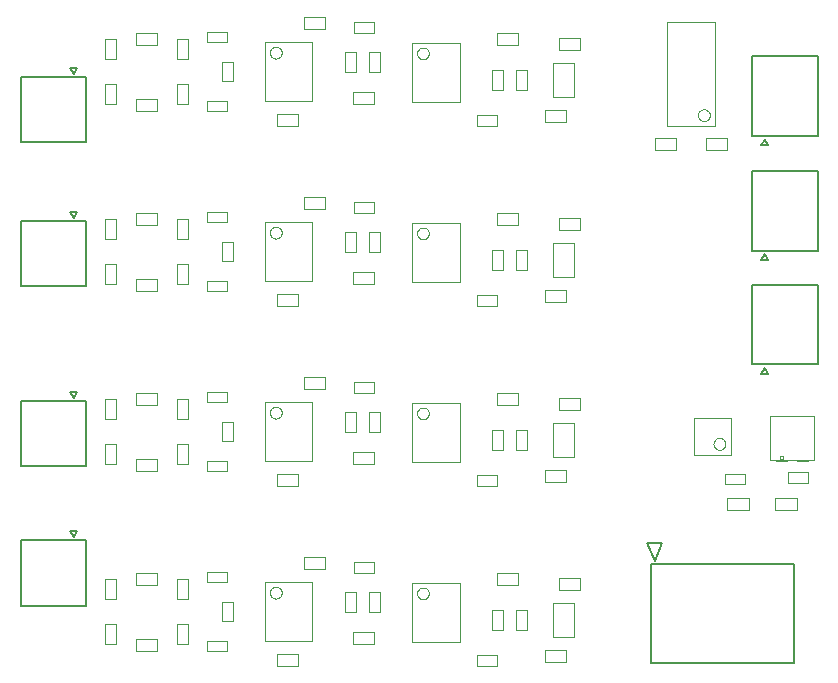
<source format=gbr>
%FSTAX23Y23*%
%MOIN*%
%SFA1B1*%

%IPPOS*%
%ADD39C,0.005000*%
%ADD48C,0.003937*%
%ADD49C,0.000000*%
%ADD50C,0.001000*%
%LNacoustics_4_mechanical_13-1*%
%LPD*%
G54D39*
X00213Y02119D02*
X00225Y021D01*
X00236Y02119*
X00213D02*
X00236D01*
X00049Y01871D02*
X00266D01*
Y02088*
X00049D02*
X00266D01*
X00049Y01871D02*
Y02088D01*
Y01391D02*
Y01608D01*
X00266*
Y01391D02*
Y01608D01*
X00049Y01391D02*
X00266D01*
X00213Y01639D02*
X00236D01*
X00225Y0162D02*
X00236Y01639D01*
X00213D02*
X00225Y0162D01*
X00213Y01039D02*
X00225Y0102D01*
X00236Y01039*
X00213D02*
X00236D01*
X00049Y00791D02*
X00266D01*
Y01008*
X00049D02*
X00266D01*
X00049Y00791D02*
Y01008D01*
Y00327D02*
Y00544D01*
X00266*
Y00327D02*
Y00544D01*
X00049Y00327D02*
X00266D01*
X00213Y00575D02*
X00236D01*
X00225Y00555D02*
X00236Y00575D01*
X00213D02*
X00225Y00555D01*
X02137Y00537D02*
X02162Y00477D01*
X02137Y00537D02*
X02187D01*
X02162Y00477D02*
X02187Y00537D01*
X02628Y00135D02*
Y00467D01*
X02149D02*
X02628D01*
X02149Y00135D02*
Y00467D01*
Y00135D02*
X02628D01*
X0253Y0188D02*
X02541Y01861D01*
X02518D02*
X0253Y0188D01*
X02518Y01861D02*
X02541D01*
X02488Y02158D02*
X02705D01*
X02488Y01892D02*
Y02158D01*
Y01892D02*
X02705D01*
Y02158*
Y0151D02*
Y01776D01*
X02488Y0151D02*
X02705D01*
X02488D02*
Y01776D01*
X02705*
X02518Y01479D02*
X02541D01*
X02518D02*
X0253Y01499D01*
X02541Y01479*
X0253Y01119D02*
X02541Y011D01*
X02518D02*
X0253Y01119D01*
X02518Y011D02*
X02541D01*
X02488Y01397D02*
X02705D01*
X02488Y01131D02*
Y01397D01*
Y01131D02*
X02705D01*
Y01397*
G54D48*
X00919Y0037D02*
D01*
X00919Y00371*
X00919Y00373*
X00919Y00374*
X00918Y00375*
X00918Y00377*
X00917Y00378*
X00917Y00379*
X00916Y0038*
X00915Y00382*
X00914Y00383*
X00914Y00384*
X00913Y00385*
X00912Y00385*
X0091Y00386*
X00909Y00387*
X00908Y00388*
X00907Y00388*
X00905Y00389*
X00904Y00389*
X00903Y00389*
X00901Y0039*
X009Y0039*
X00899*
X00897Y0039*
X00896Y00389*
X00895Y00389*
X00893Y00389*
X00892Y00388*
X00891Y00388*
X0089Y00387*
X00888Y00386*
X00887Y00385*
X00886Y00385*
X00885Y00384*
X00884Y00383*
X00883Y00382*
X00883Y0038*
X00882Y00379*
X00881Y00378*
X00881Y00377*
X0088Y00375*
X0088Y00374*
X0088Y00373*
X0088Y00371*
X0088Y0037*
X0088Y00369*
X0088Y00367*
X0088Y00366*
X0088Y00365*
X00881Y00363*
X00881Y00362*
X00882Y00361*
X00883Y0036*
X00883Y00358*
X00884Y00357*
X00885Y00356*
X00886Y00355*
X00887Y00354*
X00888Y00354*
X0089Y00353*
X00891Y00352*
X00892Y00352*
X00893Y00351*
X00895Y00351*
X00896Y00351*
X00897Y0035*
X00899Y0035*
X009*
X00901Y0035*
X00903Y00351*
X00904Y00351*
X00905Y00351*
X00907Y00352*
X00908Y00352*
X00909Y00353*
X0091Y00354*
X00912Y00354*
X00913Y00355*
X00914Y00356*
X00914Y00357*
X00915Y00358*
X00916Y0036*
X00917Y00361*
X00917Y00362*
X00918Y00363*
X00918Y00365*
X00919Y00366*
X00919Y00367*
X00919Y00369*
X00919Y0037*
X02346Y01962D02*
D01*
X02346Y01963*
X02346Y01964*
X02346Y01966*
X02345Y01967*
X02345Y01968*
X02344Y0197*
X02344Y01971*
X02343Y01972*
X02342Y01973*
X02341Y01974*
X0234Y01975*
X02339Y01976*
X02338Y01977*
X02337Y01978*
X02336Y01979*
X02335Y01979*
X02334Y0198*
X02332Y0198*
X02331Y01981*
X0233Y01981*
X02328Y01981*
X02327Y01981*
X02326*
X02324Y01981*
X02323Y01981*
X02322Y01981*
X0232Y0198*
X02319Y0198*
X02318Y01979*
X02316Y01979*
X02315Y01978*
X02314Y01977*
X02313Y01976*
X02312Y01975*
X02311Y01974*
X0231Y01973*
X0231Y01972*
X02309Y01971*
X02308Y0197*
X02308Y01968*
X02307Y01967*
X02307Y01966*
X02307Y01964*
X02307Y01963*
X02307Y01962*
X02307Y0196*
X02307Y01959*
X02307Y01958*
X02307Y01956*
X02308Y01955*
X02308Y01954*
X02309Y01952*
X0231Y01951*
X0231Y0195*
X02311Y01949*
X02312Y01948*
X02313Y01947*
X02314Y01946*
X02315Y01945*
X02316Y01945*
X02318Y01944*
X02319Y01943*
X0232Y01943*
X02322Y01943*
X02323Y01942*
X02324Y01942*
X02326Y01942*
X02327*
X02328Y01942*
X0233Y01942*
X02331Y01943*
X02332Y01943*
X02334Y01943*
X02335Y01944*
X02336Y01945*
X02337Y01945*
X02338Y01946*
X02339Y01947*
X0234Y01948*
X02341Y01949*
X02342Y0195*
X02343Y01951*
X02344Y01952*
X02344Y01954*
X02345Y01955*
X02345Y01956*
X02346Y01958*
X02346Y01959*
X02346Y0196*
X02346Y01962*
X02398Y00866D02*
D01*
X02398Y00867*
X02398Y00869*
X02397Y0087*
X02397Y00871*
X02397Y00873*
X02396Y00874*
X02396Y00875*
X02395Y00876*
X02394Y00877*
X02393Y00879*
X02392Y0088*
X02391Y00881*
X0239Y00881*
X02389Y00882*
X02388Y00883*
X02387Y00884*
X02385Y00884*
X02384Y00885*
X02383Y00885*
X02382Y00885*
X0238Y00885*
X02379Y00886*
X02377*
X02376Y00885*
X02375Y00885*
X02373Y00885*
X02372Y00885*
X02371Y00884*
X02369Y00884*
X02368Y00883*
X02367Y00882*
X02366Y00881*
X02365Y00881*
X02364Y0088*
X02363Y00879*
X02362Y00877*
X02361Y00876*
X02361Y00875*
X0236Y00874*
X0236Y00873*
X02359Y00871*
X02359Y0087*
X02359Y00869*
X02358Y00867*
X02358Y00866*
X02358Y00865*
X02359Y00863*
X02359Y00862*
X02359Y0086*
X0236Y00859*
X0236Y00858*
X02361Y00857*
X02361Y00855*
X02362Y00854*
X02363Y00853*
X02364Y00852*
X02365Y00851*
X02366Y0085*
X02367Y0085*
X02368Y00849*
X02369Y00848*
X02371Y00848*
X02372Y00847*
X02373Y00847*
X02375Y00846*
X02376Y00846*
X02377Y00846*
X02379*
X0238Y00846*
X02382Y00846*
X02383Y00847*
X02384Y00847*
X02385Y00848*
X02387Y00848*
X02388Y00849*
X02389Y0085*
X0239Y0085*
X02391Y00851*
X02392Y00852*
X02393Y00853*
X02394Y00854*
X02395Y00855*
X02396Y00857*
X02396Y00858*
X02397Y00859*
X02397Y0086*
X02397Y00862*
X02398Y00863*
X02398Y00865*
X02398Y00866*
X01409Y01567D02*
D01*
X01409Y01569*
X01409Y0157*
X01409Y01572*
X01409Y01573*
X01408Y01574*
X01408Y01575*
X01407Y01577*
X01406Y01578*
X01406Y01579*
X01405Y0158*
X01404Y01581*
X01403Y01582*
X01402Y01583*
X01401Y01584*
X014Y01585*
X01398Y01585*
X01397Y01586*
X01396Y01586*
X01394Y01587*
X01393Y01587*
X01392Y01587*
X0139Y01587*
X01389*
X01388Y01587*
X01386Y01587*
X01385Y01587*
X01384Y01586*
X01382Y01586*
X01381Y01585*
X0138Y01585*
X01379Y01584*
X01378Y01583*
X01377Y01582*
X01376Y01581*
X01375Y0158*
X01374Y01579*
X01373Y01578*
X01372Y01577*
X01372Y01575*
X01371Y01574*
X01371Y01573*
X0137Y01572*
X0137Y0157*
X0137Y01569*
X0137Y01567*
X0137Y01566*
X0137Y01565*
X0137Y01563*
X01371Y01562*
X01371Y01561*
X01372Y01559*
X01372Y01558*
X01373Y01557*
X01374Y01556*
X01375Y01555*
X01376Y01554*
X01377Y01553*
X01378Y01552*
X01379Y01551*
X0138Y0155*
X01381Y0155*
X01382Y01549*
X01384Y01549*
X01385Y01548*
X01386Y01548*
X01388Y01548*
X01389Y01548*
X0139*
X01392Y01548*
X01393Y01548*
X01394Y01548*
X01396Y01549*
X01397Y01549*
X01398Y0155*
X014Y0155*
X01401Y01551*
X01402Y01552*
X01403Y01553*
X01404Y01554*
X01405Y01555*
X01406Y01556*
X01406Y01557*
X01407Y01558*
X01408Y01559*
X01408Y01561*
X01409Y01562*
X01409Y01563*
X01409Y01565*
X01409Y01566*
X01409Y01567*
X00919Y0157D02*
D01*
X00919Y01571*
X00919Y01573*
X00919Y01574*
X00918Y01575*
X00918Y01577*
X00917Y01578*
X00917Y01579*
X00916Y0158*
X00915Y01582*
X00914Y01583*
X00914Y01584*
X00913Y01585*
X00912Y01585*
X0091Y01586*
X00909Y01587*
X00908Y01588*
X00907Y01588*
X00905Y01589*
X00904Y01589*
X00903Y01589*
X00901Y0159*
X009Y0159*
X00899*
X00897Y0159*
X00896Y01589*
X00895Y01589*
X00893Y01589*
X00892Y01588*
X00891Y01588*
X0089Y01587*
X00888Y01586*
X00887Y01585*
X00886Y01585*
X00885Y01584*
X00884Y01583*
X00883Y01582*
X00883Y0158*
X00882Y01579*
X00881Y01578*
X00881Y01577*
X0088Y01575*
X0088Y01574*
X0088Y01573*
X0088Y01571*
X0088Y0157*
X0088Y01569*
X0088Y01567*
X0088Y01566*
X0088Y01565*
X00881Y01563*
X00881Y01562*
X00882Y01561*
X00883Y0156*
X00883Y01558*
X00884Y01557*
X00885Y01556*
X00886Y01555*
X00887Y01554*
X00888Y01554*
X0089Y01553*
X00891Y01552*
X00892Y01552*
X00893Y01551*
X00895Y01551*
X00896Y01551*
X00897Y0155*
X00899Y0155*
X009*
X00901Y0155*
X00903Y01551*
X00904Y01551*
X00905Y01551*
X00907Y01552*
X00908Y01552*
X00909Y01553*
X0091Y01554*
X00912Y01554*
X00913Y01555*
X00914Y01556*
X00914Y01557*
X00915Y01558*
X00916Y0156*
X00917Y01561*
X00917Y01562*
X00918Y01563*
X00918Y01565*
X00919Y01566*
X00919Y01567*
X00919Y01569*
X00919Y0157*
X01409Y00367D02*
D01*
X01409Y00369*
X01409Y0037*
X01409Y00372*
X01409Y00373*
X01408Y00374*
X01408Y00375*
X01407Y00377*
X01406Y00378*
X01406Y00379*
X01405Y0038*
X01404Y00381*
X01403Y00382*
X01402Y00383*
X01401Y00384*
X014Y00385*
X01398Y00385*
X01397Y00386*
X01396Y00386*
X01394Y00387*
X01393Y00387*
X01392Y00387*
X0139Y00387*
X01389*
X01388Y00387*
X01386Y00387*
X01385Y00387*
X01384Y00386*
X01382Y00386*
X01381Y00385*
X0138Y00385*
X01379Y00384*
X01378Y00383*
X01377Y00382*
X01376Y00381*
X01375Y0038*
X01374Y00379*
X01373Y00378*
X01372Y00377*
X01372Y00375*
X01371Y00374*
X01371Y00373*
X0137Y00372*
X0137Y0037*
X0137Y00369*
X0137Y00367*
X0137Y00366*
X0137Y00365*
X0137Y00363*
X01371Y00362*
X01371Y00361*
X01372Y00359*
X01372Y00358*
X01373Y00357*
X01374Y00356*
X01375Y00355*
X01376Y00354*
X01377Y00353*
X01378Y00352*
X01379Y00351*
X0138Y0035*
X01381Y0035*
X01382Y00349*
X01384Y00349*
X01385Y00348*
X01386Y00348*
X01388Y00348*
X01389Y00348*
X0139*
X01392Y00348*
X01393Y00348*
X01394Y00348*
X01396Y00349*
X01397Y00349*
X01398Y0035*
X014Y0035*
X01401Y00351*
X01402Y00352*
X01403Y00353*
X01404Y00354*
X01405Y00355*
X01406Y00356*
X01406Y00357*
X01407Y00358*
X01408Y00359*
X01408Y00361*
X01409Y00362*
X01409Y00363*
X01409Y00365*
X01409Y00366*
X01409Y00367*
Y02167D02*
D01*
X01409Y02169*
X01409Y0217*
X01409Y02172*
X01409Y02173*
X01408Y02174*
X01408Y02175*
X01407Y02177*
X01406Y02178*
X01406Y02179*
X01405Y0218*
X01404Y02181*
X01403Y02182*
X01402Y02183*
X01401Y02184*
X014Y02185*
X01398Y02185*
X01397Y02186*
X01396Y02186*
X01394Y02187*
X01393Y02187*
X01392Y02187*
X0139Y02187*
X01389*
X01388Y02187*
X01386Y02187*
X01385Y02187*
X01384Y02186*
X01382Y02186*
X01381Y02185*
X0138Y02185*
X01379Y02184*
X01378Y02183*
X01377Y02182*
X01376Y02181*
X01375Y0218*
X01374Y02179*
X01373Y02178*
X01372Y02177*
X01372Y02175*
X01371Y02174*
X01371Y02173*
X0137Y02172*
X0137Y0217*
X0137Y02169*
X0137Y02167*
X0137Y02166*
X0137Y02165*
X0137Y02163*
X01371Y02162*
X01371Y02161*
X01372Y02159*
X01372Y02158*
X01373Y02157*
X01374Y02156*
X01375Y02155*
X01376Y02154*
X01377Y02153*
X01378Y02152*
X01379Y02151*
X0138Y0215*
X01381Y0215*
X01382Y02149*
X01384Y02149*
X01385Y02148*
X01386Y02148*
X01388Y02148*
X01389Y02148*
X0139*
X01392Y02148*
X01393Y02148*
X01394Y02148*
X01396Y02149*
X01397Y02149*
X01398Y0215*
X014Y0215*
X01401Y02151*
X01402Y02152*
X01403Y02153*
X01404Y02154*
X01405Y02155*
X01406Y02156*
X01406Y02157*
X01407Y02158*
X01408Y02159*
X01408Y02161*
X01409Y02162*
X01409Y02163*
X01409Y02165*
X01409Y02166*
X01409Y02167*
X00919Y0217D02*
D01*
X00919Y02171*
X00919Y02173*
X00919Y02174*
X00918Y02175*
X00918Y02177*
X00917Y02178*
X00917Y02179*
X00916Y0218*
X00915Y02182*
X00914Y02183*
X00914Y02184*
X00913Y02185*
X00912Y02185*
X0091Y02186*
X00909Y02187*
X00908Y02188*
X00907Y02188*
X00905Y02189*
X00904Y02189*
X00903Y02189*
X00901Y0219*
X009Y0219*
X00899*
X00897Y0219*
X00896Y02189*
X00895Y02189*
X00893Y02189*
X00892Y02188*
X00891Y02188*
X0089Y02187*
X00888Y02186*
X00887Y02185*
X00886Y02185*
X00885Y02184*
X00884Y02183*
X00883Y02182*
X00883Y0218*
X00882Y02179*
X00881Y02178*
X00881Y02177*
X0088Y02175*
X0088Y02174*
X0088Y02173*
X0088Y02171*
X0088Y0217*
X0088Y02169*
X0088Y02167*
X0088Y02166*
X0088Y02165*
X00881Y02163*
X00881Y02162*
X00882Y02161*
X00883Y0216*
X00883Y02158*
X00884Y02157*
X00885Y02156*
X00886Y02155*
X00887Y02154*
X00888Y02154*
X0089Y02153*
X00891Y02152*
X00892Y02152*
X00893Y02151*
X00895Y02151*
X00896Y02151*
X00897Y0215*
X00899Y0215*
X009*
X00901Y0215*
X00903Y02151*
X00904Y02151*
X00905Y02151*
X00907Y02152*
X00908Y02152*
X00909Y02153*
X0091Y02154*
X00912Y02154*
X00913Y02155*
X00914Y02156*
X00914Y02157*
X00915Y02158*
X00916Y0216*
X00917Y02161*
X00917Y02162*
X00918Y02163*
X00918Y02165*
X00919Y02166*
X00919Y02167*
X00919Y02169*
X00919Y0217*
Y0097D02*
D01*
X00919Y00971*
X00919Y00973*
X00919Y00974*
X00918Y00975*
X00918Y00977*
X00917Y00978*
X00917Y00979*
X00916Y0098*
X00915Y00982*
X00914Y00983*
X00914Y00984*
X00913Y00985*
X00912Y00985*
X0091Y00986*
X00909Y00987*
X00908Y00988*
X00907Y00988*
X00905Y00989*
X00904Y00989*
X00903Y00989*
X00901Y0099*
X009Y0099*
X00899*
X00897Y0099*
X00896Y00989*
X00895Y00989*
X00893Y00989*
X00892Y00988*
X00891Y00988*
X0089Y00987*
X00888Y00986*
X00887Y00985*
X00886Y00985*
X00885Y00984*
X00884Y00983*
X00883Y00982*
X00883Y0098*
X00882Y00979*
X00881Y00978*
X00881Y00977*
X0088Y00975*
X0088Y00974*
X0088Y00973*
X0088Y00971*
X0088Y0097*
X0088Y00969*
X0088Y00967*
X0088Y00966*
X0088Y00965*
X00881Y00963*
X00881Y00962*
X00882Y00961*
X00883Y0096*
X00883Y00958*
X00884Y00957*
X00885Y00956*
X00886Y00955*
X00887Y00954*
X00888Y00954*
X0089Y00953*
X00891Y00952*
X00892Y00952*
X00893Y00951*
X00895Y00951*
X00896Y00951*
X00897Y0095*
X00899Y0095*
X009*
X00901Y0095*
X00903Y00951*
X00904Y00951*
X00905Y00951*
X00907Y00952*
X00908Y00952*
X00909Y00953*
X0091Y00954*
X00912Y00954*
X00913Y00955*
X00914Y00956*
X00914Y00957*
X00915Y00958*
X00916Y0096*
X00917Y00961*
X00917Y00962*
X00918Y00963*
X00918Y00965*
X00919Y00966*
X00919Y00967*
X00919Y00969*
X00919Y0097*
X01409Y00967D02*
D01*
X01409Y00969*
X01409Y0097*
X01409Y00972*
X01409Y00973*
X01408Y00974*
X01408Y00975*
X01407Y00977*
X01406Y00978*
X01406Y00979*
X01405Y0098*
X01404Y00981*
X01403Y00982*
X01402Y00983*
X01401Y00984*
X014Y00985*
X01398Y00985*
X01397Y00986*
X01396Y00986*
X01394Y00987*
X01393Y00987*
X01392Y00987*
X0139Y00987*
X01389*
X01388Y00987*
X01386Y00987*
X01385Y00987*
X01384Y00986*
X01382Y00986*
X01381Y00985*
X0138Y00985*
X01379Y00984*
X01378Y00983*
X01377Y00982*
X01376Y00981*
X01375Y0098*
X01374Y00979*
X01373Y00978*
X01372Y00977*
X01372Y00975*
X01371Y00974*
X01371Y00973*
X0137Y00972*
X0137Y0097*
X0137Y00969*
X0137Y00967*
X0137Y00966*
X0137Y00965*
X0137Y00963*
X01371Y00962*
X01371Y00961*
X01372Y00959*
X01372Y00958*
X01373Y00957*
X01374Y00956*
X01375Y00955*
X01376Y00954*
X01377Y00953*
X01378Y00952*
X01379Y00951*
X0138Y0095*
X01381Y0095*
X01382Y00949*
X01384Y00949*
X01385Y00948*
X01386Y00948*
X01388Y00948*
X01389Y00948*
X0139*
X01392Y00948*
X01393Y00948*
X01394Y00948*
X01396Y00949*
X01397Y00949*
X01398Y0095*
X014Y0095*
X01401Y00951*
X01402Y00952*
X01403Y00953*
X01404Y00954*
X01405Y00955*
X01406Y00956*
X01406Y00957*
X01407Y00958*
X01408Y00959*
X01408Y00961*
X01409Y00962*
X01409Y00963*
X01409Y00965*
X01409Y00966*
X01409Y00967*
X00864Y00209D02*
X01021D01*
X00864Y00405D02*
X01021D01*
Y00209D02*
Y00405D01*
X00864Y00209D02*
Y00405D01*
X02362Y01926D02*
Y02273D01*
X02204Y01926D02*
Y02273D01*
Y01926D02*
X02362D01*
X02204Y02273D02*
X02362D01*
X02163Y01884D02*
X02233D01*
X02163Y01845D02*
X02233D01*
X02163D02*
Y01884D01*
X02233Y01845D02*
Y01884D01*
X02333Y01845D02*
X02403D01*
X02333Y01884D02*
X02403D01*
Y01845D02*
Y01884D01*
X02333Y01845D02*
Y01884D01*
X02293Y00951D02*
X02416D01*
X02293Y00828D02*
X02416D01*
X02293D02*
Y00951D01*
X02416Y00828D02*
Y00951D01*
X02564Y00645D02*
X02635D01*
X02564Y00684D02*
X02635D01*
Y00645D02*
Y00684D01*
X02564Y00645D02*
Y00684D01*
X02404D02*
X02475D01*
X02404Y00645D02*
X02475D01*
X02404D02*
Y00684D01*
X02475Y00645D02*
Y00684D01*
X01823Y01422D02*
Y01537D01*
X01893Y01422D02*
Y01537D01*
X01823D02*
X01893D01*
X01823Y01422D02*
X01893D01*
X01354Y01406D02*
Y01603D01*
X01512Y01406D02*
Y01603D01*
X01354D02*
X01512D01*
X01354Y01406D02*
X01512D01*
X00864Y01409D02*
X01021D01*
X00864Y01605D02*
X01021D01*
Y01409D02*
Y01605D01*
X00864Y01409D02*
Y01605D01*
X0113Y01506D02*
Y01573D01*
X01166Y01506D02*
Y01573D01*
X0113Y01506D02*
X01166D01*
X0113Y01573D02*
X01166D01*
X0157Y01327D02*
X01636D01*
X0157Y01362D02*
X01636D01*
Y01327D02*
Y01362D01*
X0157Y01327D02*
Y01362D01*
X01656Y01446D02*
Y01513D01*
X0162Y01446D02*
Y01513D01*
X01656*
X0162Y01446D02*
X01656D01*
X01246Y01506D02*
Y01573D01*
X0121Y01506D02*
Y01573D01*
X01246*
X0121Y01506D02*
X01246D01*
X0116Y01672D02*
X01226D01*
X0116Y01637D02*
X01226D01*
X0116D02*
Y01672D01*
X01226Y01637D02*
Y01672D01*
X01736Y01446D02*
Y01513D01*
X017Y01446D02*
Y01513D01*
X01736*
X017Y01446D02*
X01736D01*
X00669Y0141D02*
X00736D01*
X00669Y01374D02*
X00736D01*
X00669D02*
Y0141D01*
X00736Y01374D02*
Y0141D01*
X00755Y01474D02*
Y0154D01*
X0072Y01474D02*
Y0154D01*
X00755*
X0072Y01474D02*
X00755D01*
X00605Y01399D02*
Y01465D01*
X0057Y01399D02*
Y01465D01*
X00605*
X0057Y01399D02*
X00605D01*
X00365D02*
Y01465D01*
X0033Y01399D02*
Y01465D01*
X00365*
X0033Y01399D02*
X00365D01*
X00669Y0164D02*
X00736D01*
X00669Y01604D02*
X00736D01*
X00669D02*
Y0164D01*
X00736Y01604D02*
Y0164D01*
X0057Y01549D02*
Y01615D01*
X00605Y01549D02*
Y01615D01*
X0057Y01549D02*
X00605D01*
X0057Y01615D02*
X00605D01*
X0033Y01549D02*
Y01615D01*
X00365Y01549D02*
Y01615D01*
X0033Y01549D02*
X00365D01*
X0033Y01615D02*
X00365D01*
X01638Y01634D02*
X01708D01*
X01638Y01595D02*
X01708D01*
X01638D02*
Y01634D01*
X01708Y01595D02*
Y01634D01*
X01158Y014D02*
X01228D01*
X01158Y01439D02*
X01228D01*
Y014D02*
Y01439D01*
X01158Y014D02*
Y01439D01*
X01843Y0158D02*
X01913D01*
X01843Y01619D02*
X01913D01*
Y0158D02*
Y01619D01*
X01843Y0158D02*
Y01619D01*
X01798Y0134D02*
X01868D01*
X01798Y01379D02*
X01868D01*
Y0134D02*
Y01379D01*
X01798Y0134D02*
Y01379D01*
X00993Y0165D02*
X01063D01*
X00993Y01689D02*
X01063D01*
Y0165D02*
Y01689D01*
X00993Y0165D02*
Y01689D01*
X00903Y01325D02*
X00973D01*
X00903Y01364D02*
X00973D01*
Y01325D02*
Y01364D01*
X00903Y01325D02*
Y01364D01*
X00432Y01377D02*
X00503D01*
X00432Y01417D02*
X00503D01*
Y01377D02*
Y01417D01*
X00432Y01377D02*
Y01417D01*
Y01597D02*
X00503D01*
X00432Y01637D02*
X00503D01*
Y01597D02*
Y01637D01*
X00432Y01597D02*
Y01637D01*
X0157Y00127D02*
Y00162D01*
X01636Y00127D02*
Y00162D01*
X0157D02*
X01636D01*
X0157Y00127D02*
X01636D01*
X02606Y00737D02*
Y00772D01*
X02673Y00737D02*
Y00772D01*
X02606D02*
X02673D01*
X02606Y00737D02*
X02673D01*
X02463Y00732D02*
Y00767D01*
X02396Y00732D02*
Y00767D01*
Y00732D02*
X02463D01*
X02396Y00767D02*
X02463D01*
X0157Y01927D02*
Y01962D01*
X01636Y01927D02*
Y01962D01*
X0157D02*
X01636D01*
X0157Y01927D02*
X01636D01*
X01823Y00222D02*
Y00337D01*
X01893Y00222D02*
Y00337D01*
X01823D02*
X01893D01*
X01823Y00222D02*
X01893D01*
X01354Y00206D02*
Y00403D01*
X01512Y00206D02*
Y00403D01*
X01354D02*
X01512D01*
X01354Y00206D02*
X01512D01*
X0113Y00306D02*
Y00373D01*
X01166Y00306D02*
Y00373D01*
X0113Y00306D02*
X01166D01*
X0113Y00373D02*
X01166D01*
X01656Y00246D02*
Y00313D01*
X0162Y00246D02*
Y00313D01*
X01656*
X0162Y00246D02*
X01656D01*
X01246Y00306D02*
Y00373D01*
X0121Y00306D02*
Y00373D01*
X01246*
X0121Y00306D02*
X01246D01*
X0116Y00472D02*
X01226D01*
X0116Y00437D02*
X01226D01*
X0116D02*
Y00472D01*
X01226Y00437D02*
Y00472D01*
X01736Y00246D02*
Y00313D01*
X017Y00246D02*
Y00313D01*
X01736*
X017Y00246D02*
X01736D01*
X00669Y0021D02*
X00736D01*
X00669Y00174D02*
X00736D01*
X00669D02*
Y0021D01*
X00736Y00174D02*
Y0021D01*
X00755Y00274D02*
Y0034D01*
X0072Y00274D02*
Y0034D01*
X00755*
X0072Y00274D02*
X00755D01*
X00605Y00199D02*
Y00265D01*
X0057Y00199D02*
Y00265D01*
X00605*
X0057Y00199D02*
X00605D01*
X00365D02*
Y00265D01*
X0033Y00199D02*
Y00265D01*
X00365*
X0033Y00199D02*
X00365D01*
X00669Y0044D02*
X00736D01*
X00669Y00404D02*
X00736D01*
X00669D02*
Y0044D01*
X00736Y00404D02*
Y0044D01*
X0057Y00349D02*
Y00415D01*
X00605Y00349D02*
Y00415D01*
X0057Y00349D02*
X00605D01*
X0057Y00415D02*
X00605D01*
X0033Y00349D02*
Y00415D01*
X00365Y00349D02*
Y00415D01*
X0033Y00349D02*
X00365D01*
X0033Y00415D02*
X00365D01*
X01638Y00434D02*
X01708D01*
X01638Y00395D02*
X01708D01*
X01638D02*
Y00434D01*
X01708Y00395D02*
Y00434D01*
X01158Y002D02*
X01228D01*
X01158Y00239D02*
X01228D01*
Y002D02*
Y00239D01*
X01158Y002D02*
Y00239D01*
X01843Y0038D02*
X01913D01*
X01843Y00419D02*
X01913D01*
Y0038D02*
Y00419D01*
X01843Y0038D02*
Y00419D01*
X01798Y0014D02*
X01868D01*
X01798Y00179D02*
X01868D01*
Y0014D02*
Y00179D01*
X01798Y0014D02*
Y00179D01*
X00993Y0045D02*
X01063D01*
X00993Y00489D02*
X01063D01*
Y0045D02*
Y00489D01*
X00993Y0045D02*
Y00489D01*
X00903Y00125D02*
X00973D01*
X00903Y00164D02*
X00973D01*
Y00125D02*
Y00164D01*
X00903Y00125D02*
Y00164D01*
X00432Y00177D02*
X00503D01*
X00432Y00217D02*
X00503D01*
Y00177D02*
Y00217D01*
X00432Y00177D02*
Y00217D01*
Y00397D02*
X00503D01*
X00432Y00437D02*
X00503D01*
Y00397D02*
Y00437D01*
X00432Y00397D02*
Y00437D01*
X01823Y02022D02*
Y02137D01*
X01893Y02022D02*
Y02137D01*
X01823D02*
X01893D01*
X01823Y02022D02*
X01893D01*
X01354Y02006D02*
Y02203D01*
X01512Y02006D02*
Y02203D01*
X01354D02*
X01512D01*
X01354Y02006D02*
X01512D01*
X00864Y02009D02*
Y02205D01*
X01021Y02009D02*
Y02205D01*
X00864D02*
X01021D01*
X00864Y02009D02*
X01021D01*
X0113Y02106D02*
Y02173D01*
X01166Y02106D02*
Y02173D01*
X0113Y02106D02*
X01166D01*
X0113Y02173D02*
X01166D01*
X01656Y02046D02*
Y02113D01*
X0162Y02046D02*
Y02113D01*
X01656*
X0162Y02046D02*
X01656D01*
X01246Y02106D02*
Y02173D01*
X0121Y02106D02*
Y02173D01*
X01246*
X0121Y02106D02*
X01246D01*
X0116Y02272D02*
X01226D01*
X0116Y02237D02*
X01226D01*
X0116D02*
Y02272D01*
X01226Y02237D02*
Y02272D01*
X01736Y02046D02*
Y02113D01*
X017Y02046D02*
Y02113D01*
X01736*
X017Y02046D02*
X01736D01*
X00669Y0201D02*
X00736D01*
X00669Y01974D02*
X00736D01*
X00669D02*
Y0201D01*
X00736Y01974D02*
Y0201D01*
X00755Y02074D02*
Y0214D01*
X0072Y02074D02*
Y0214D01*
X00755*
X0072Y02074D02*
X00755D01*
X00605Y01999D02*
Y02065D01*
X0057Y01999D02*
Y02065D01*
X00605*
X0057Y01999D02*
X00605D01*
X00365D02*
Y02065D01*
X0033Y01999D02*
Y02065D01*
X00365*
X0033Y01999D02*
X00365D01*
X00669Y0224D02*
X00736D01*
X00669Y02204D02*
X00736D01*
X00669D02*
Y0224D01*
X00736Y02204D02*
Y0224D01*
X0057Y02149D02*
Y02215D01*
X00605Y02149D02*
Y02215D01*
X0057Y02149D02*
X00605D01*
X0057Y02215D02*
X00605D01*
X0033Y02149D02*
Y02215D01*
X00365Y02149D02*
Y02215D01*
X0033Y02149D02*
X00365D01*
X0033Y02215D02*
X00365D01*
X01638Y02234D02*
X01708D01*
X01638Y02195D02*
X01708D01*
X01638D02*
Y02234D01*
X01708Y02195D02*
Y02234D01*
X01158Y02D02*
X01228D01*
X01158Y02039D02*
X01228D01*
Y02D02*
Y02039D01*
X01158Y02D02*
Y02039D01*
X01843Y0218D02*
X01913D01*
X01843Y02219D02*
X01913D01*
Y0218D02*
Y02219D01*
X01843Y0218D02*
Y02219D01*
X01798Y0194D02*
X01868D01*
X01798Y01979D02*
X01868D01*
Y0194D02*
Y01979D01*
X01798Y0194D02*
Y01979D01*
X00993Y0225D02*
X01063D01*
X00993Y02289D02*
X01063D01*
Y0225D02*
Y02289D01*
X00993Y0225D02*
Y02289D01*
X00903Y01925D02*
X00973D01*
X00903Y01964D02*
X00973D01*
Y01925D02*
Y01964D01*
X00903Y01925D02*
Y01964D01*
X00432Y01977D02*
X00503D01*
X00432Y02017D02*
X00503D01*
Y01977D02*
Y02017D01*
X00432Y01977D02*
Y02017D01*
Y02197D02*
X00503D01*
X00432Y02237D02*
X00503D01*
Y02197D02*
Y02237D01*
X00432Y02197D02*
Y02237D01*
Y00997D02*
Y01037D01*
X00503Y00997D02*
Y01037D01*
X00432D02*
X00503D01*
X00432Y00997D02*
X00503D01*
X00432Y00777D02*
Y00817D01*
X00503Y00777D02*
Y00817D01*
X00432D02*
X00503D01*
X00432Y00777D02*
X00503D01*
X00903Y00725D02*
Y00764D01*
X00973Y00725D02*
Y00764D01*
X00903D02*
X00973D01*
X00903Y00725D02*
X00973D01*
X00993Y0105D02*
Y01089D01*
X01063Y0105D02*
Y01089D01*
X00993D02*
X01063D01*
X00993Y0105D02*
X01063D01*
X01798Y0074D02*
Y00779D01*
X01868Y0074D02*
Y00779D01*
X01798D02*
X01868D01*
X01798Y0074D02*
X01868D01*
X01843Y0098D02*
Y01019D01*
X01913Y0098D02*
Y01019D01*
X01843D02*
X01913D01*
X01843Y0098D02*
X01913D01*
X01158Y008D02*
Y00839D01*
X01228Y008D02*
Y00839D01*
X01158D02*
X01228D01*
X01158Y008D02*
X01228D01*
X01708Y00995D02*
Y01034D01*
X01638Y00995D02*
Y01034D01*
Y00995D02*
X01708D01*
X01638Y01034D02*
X01708D01*
X0033Y01015D02*
X00365D01*
X0033Y00949D02*
X00365D01*
Y01015*
X0033Y00949D02*
Y01015D01*
X0057D02*
X00605D01*
X0057Y00949D02*
X00605D01*
Y01015*
X0057Y00949D02*
Y01015D01*
X00736Y01004D02*
Y0104D01*
X00669Y01004D02*
Y0104D01*
Y01004D02*
X00736D01*
X00669Y0104D02*
X00736D01*
X0033Y00799D02*
X00365D01*
X0033Y00865D02*
X00365D01*
X0033Y00799D02*
Y00865D01*
X00365Y00799D02*
Y00865D01*
X0057Y00799D02*
X00605D01*
X0057Y00865D02*
X00605D01*
X0057Y00799D02*
Y00865D01*
X00605Y00799D02*
Y00865D01*
X0072Y00874D02*
X00755D01*
X0072Y0094D02*
X00755D01*
X0072Y00874D02*
Y0094D01*
X00755Y00874D02*
Y0094D01*
X00736Y00774D02*
Y0081D01*
X00669Y00774D02*
Y0081D01*
Y00774D02*
X00736D01*
X00669Y0081D02*
X00736D01*
X017Y00846D02*
X01736D01*
X017Y00913D02*
X01736D01*
X017Y00846D02*
Y00913D01*
X01736Y00846D02*
Y00913D01*
X01226Y01037D02*
Y01072D01*
X0116Y01037D02*
Y01072D01*
Y01037D02*
X01226D01*
X0116Y01072D02*
X01226D01*
X0121Y00906D02*
X01246D01*
X0121Y00973D02*
X01246D01*
X0121Y00906D02*
Y00973D01*
X01246Y00906D02*
Y00973D01*
X0162Y00846D02*
X01656D01*
X0162Y00913D02*
X01656D01*
X0162Y00846D02*
Y00913D01*
X01656Y00846D02*
Y00913D01*
X0157Y00727D02*
Y00762D01*
X01636Y00727D02*
Y00762D01*
X0157D02*
X01636D01*
X0157Y00727D02*
X01636D01*
X0113Y00973D02*
X01166D01*
X0113Y00906D02*
X01166D01*
Y00973*
X0113Y00906D02*
Y00973D01*
X00864Y00809D02*
X01021D01*
X00864Y01005D02*
X01021D01*
Y00809D02*
Y01005D01*
X00864Y00809D02*
Y01005D01*
X01354Y00806D02*
X01512D01*
X01354Y01003D02*
X01512D01*
Y00806D02*
Y01003D01*
X01354Y00806D02*
Y01003D01*
X01823Y00822D02*
X01893D01*
X01823Y00937D02*
X01893D01*
Y00822D02*
Y00937D01*
X01823Y00822D02*
Y00937D01*
G54D49*
X0259Y00821D02*
D01*
X0259Y00821*
X0259Y00821*
X0259Y00822*
X0259Y00822*
X0259Y00822*
X0259Y00823*
X0259Y00823*
X02589Y00823*
X02589Y00823*
X02589Y00824*
X02589Y00824*
X02589Y00824*
X02588Y00824*
X02588Y00825*
X02588Y00825*
X02587Y00825*
X02587Y00825*
X02587Y00825*
X02586Y00825*
X02586Y00825*
X02586Y00825*
X02585Y00825*
X02585*
X02585Y00825*
X02584Y00825*
X02584Y00825*
X02584Y00825*
X02583Y00825*
X02583Y00825*
X02583Y00825*
X02582Y00825*
X02582Y00824*
X02582Y00824*
X02582Y00824*
X02581Y00824*
X02581Y00823*
X02581Y00823*
X02581Y00823*
X02581Y00823*
X02581Y00822*
X0258Y00822*
X0258Y00822*
X0258Y00821*
X0258Y00821*
X0258Y00821*
X0258Y0082*
X0258Y0082*
X0258Y00819*
X0258Y00819*
X02581Y00819*
X02581Y00818*
X02581Y00818*
X02581Y00818*
X02581Y00818*
X02581Y00817*
X02582Y00817*
X02582Y00817*
X02582Y00817*
X02582Y00816*
X02583Y00816*
X02583Y00816*
X02583Y00816*
X02584Y00816*
X02584Y00816*
X02584Y00816*
X02585Y00816*
X02585Y00816*
X02585*
X02586Y00816*
X02586Y00816*
X02586Y00816*
X02587Y00816*
X02587Y00816*
X02587Y00816*
X02588Y00816*
X02588Y00816*
X02588Y00817*
X02589Y00817*
X02589Y00817*
X02589Y00817*
X02589Y00818*
X02589Y00818*
X0259Y00818*
X0259Y00818*
X0259Y00819*
X0259Y00819*
X0259Y00819*
X0259Y0082*
X0259Y0082*
X0259Y00821*
G54D50*
X02547Y00811D02*
X02693D01*
X02547Y00959D02*
X02693D01*
Y00811D02*
Y00959D01*
X02547Y00811D02*
Y00959D01*
X02673Y0081D02*
Y00811D01*
X02635Y0081D02*
X02673D01*
X02635D02*
Y00811D01*
X02673*
X02604Y0081D02*
Y00811D01*
X02566Y0081D02*
X02604D01*
X02566D02*
Y00811D01*
X02604*
X0259Y00959D02*
Y0096D01*
X02649*
Y00959D02*
Y0096D01*
X0259Y00959D02*
X02649D01*
M02*
</source>
